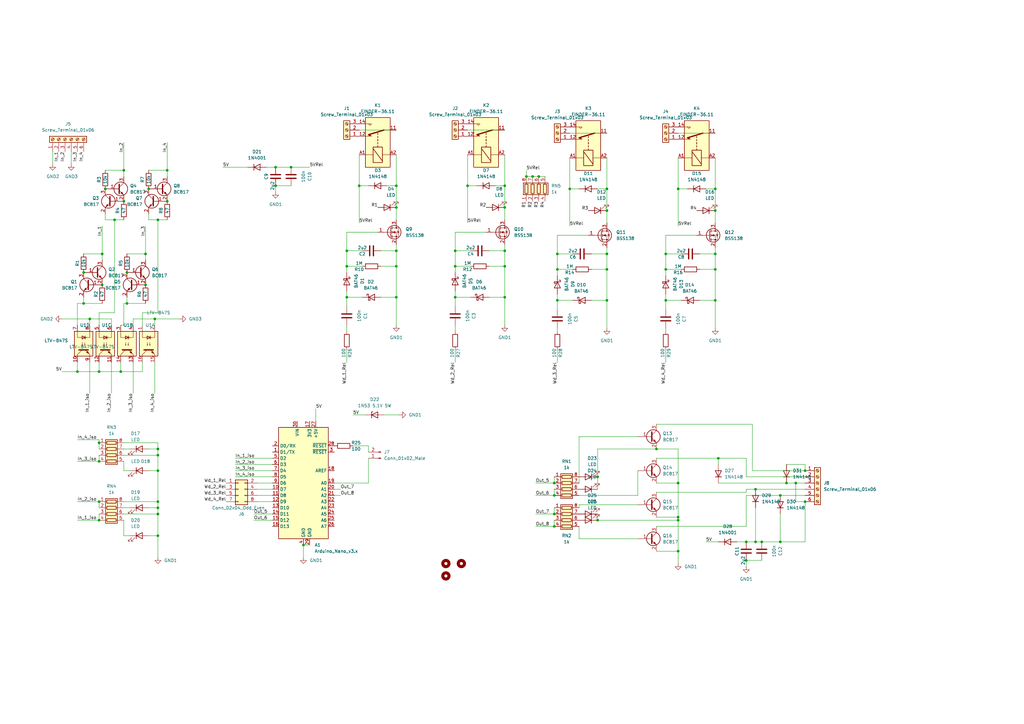
<source format=kicad_sch>
(kicad_sch (version 20211123) (generator eeschema)
  (paper "A3")
  (junction (at 309.88 222.25))
  (junction (at 293.37 110.49))
  (junction (at 278.13 77.47))
  (junction (at 207.01 109.22))
  (junction (at 207.01 102.87))
  (junction (at 46.99 90.17))
  (junction (at 50.8 82.55))
  (junction (at 49.53 152.4))
  (junction (at 64.77 219.71))
  (junction (at 43.18 77.47))
  (junction (at 142.24 102.87))
  (junction (at 228.6 110.49))
  (junction (at 330.2 205.74))
  (junction (at 293.37 77.47))
  (junction (at 64.77 205.74))
  (junction (at 218.44 72.39))
  (junction (at 215.9 72.39))
  (junction (at 31.75 152.4))
  (junction (at 68.58 69.85))
  (junction (at 306.07 229.87))
  (junction (at 147.32 76.2))
  (junction (at 64.77 90.17))
  (junction (at 227.33 210.82))
  (junction (at 64.77 186.69))
  (junction (at 64.77 193.04))
  (junction (at 306.07 222.25))
  (junction (at 228.6 104.14))
  (junction (at 248.92 110.49))
  (junction (at 227.33 215.9))
  (junction (at 40.64 189.23))
  (junction (at 50.8 69.85))
  (junction (at 41.91 116.84))
  (junction (at 64.77 210.82))
  (junction (at 273.05 104.14))
  (junction (at 162.56 102.87))
  (junction (at 293.37 86.36))
  (junction (at 142.24 121.92))
  (junction (at 278.13 212.09))
  (junction (at 34.29 111.76))
  (junction (at 119.38 68.58))
  (junction (at 220.98 72.39))
  (junction (at 113.03 76.2))
  (junction (at 248.92 123.19))
  (junction (at 59.69 104.14))
  (junction (at 320.04 222.25))
  (junction (at 320.04 203.2))
  (junction (at 162.56 109.22))
  (junction (at 191.77 76.2))
  (junction (at 60.96 77.47))
  (junction (at 273.05 110.49))
  (junction (at 233.68 77.47))
  (junction (at 245.11 195.58))
  (junction (at 64.77 208.28))
  (junction (at 124.46 223.52))
  (junction (at 186.69 102.87))
  (junction (at 186.69 121.92))
  (junction (at 322.58 198.12))
  (junction (at 40.64 213.36))
  (junction (at 162.56 76.2))
  (junction (at 40.64 152.4))
  (junction (at 326.39 198.12))
  (junction (at 142.24 109.22))
  (junction (at 278.13 213.36))
  (junction (at 269.24 184.15))
  (junction (at 68.58 82.55))
  (junction (at 207.01 85.09))
  (junction (at 52.07 111.76))
  (junction (at 186.69 109.22))
  (junction (at 330.2 193.04))
  (junction (at 113.03 68.58))
  (junction (at 248.92 77.47))
  (junction (at 248.92 86.36))
  (junction (at 36.83 130.81))
  (junction (at 207.01 121.92))
  (junction (at 63.5 130.81))
  (junction (at 59.69 116.84))
  (junction (at 52.07 124.46))
  (junction (at 40.64 205.74))
  (junction (at 64.77 184.15))
  (junction (at 312.42 222.25))
  (junction (at 227.33 203.2))
  (junction (at 273.05 123.19))
  (junction (at 41.91 104.14))
  (junction (at 228.6 123.19))
  (junction (at 245.11 213.36))
  (junction (at 34.29 124.46))
  (junction (at 293.37 123.19))
  (junction (at 293.37 104.14))
  (junction (at 207.01 76.2))
  (junction (at 227.33 198.12))
  (junction (at 309.88 200.66))
  (junction (at 294.64 187.96))
  (junction (at 162.56 85.09))
  (junction (at 248.92 104.14))
  (junction (at 40.64 181.61))
  (junction (at 162.56 121.92))
  (junction (at 278.13 226.06))
  (junction (at 278.13 198.12))
  (wire (pts (xy 46.99 128.27) (xy 46.99 90.17)))
  (wire (pts (xy 273.05 148.59) (xy 273.05 143.51)))
  (wire (pts (xy 269.24 212.09) (xy 278.13 212.09)))
  (wire (pts (xy 52.07 104.14) (xy 59.69 104.14)))
  (wire (pts (xy 105.41 198.12) (xy 111.76 198.12)))
  (wire (pts (xy 294.64 187.96) (xy 306.07 187.96)))
  (wire (pts (xy 273.05 110.49) (xy 273.05 113.03)))
  (wire (pts (xy 207.01 76.2) (xy 207.01 85.09)))
  (wire (pts (xy 269.24 198.12) (xy 278.13 198.12)))
  (wire (pts (xy 162.56 100.33) (xy 162.56 102.87)))
  (wire (pts (xy 34.29 121.92) (xy 34.29 124.46)))
  (wire (pts (xy 64.77 184.15) (xy 64.77 181.61)))
  (wire (pts (xy 228.6 120.65) (xy 228.6 123.19)))
  (wire (pts (xy 50.8 181.61) (xy 64.77 181.61)))
  (wire (pts (xy 269.24 215.9) (xy 306.07 215.9)))
  (wire (pts (xy 31.75 180.34) (xy 40.64 180.34)))
  (wire (pts (xy 233.68 54.61) (xy 248.92 54.61)))
  (wire (pts (xy 49.53 133.35) (xy 50.8 133.35)))
  (wire (pts (xy 293.37 104.14) (xy 293.37 110.49)))
  (wire (pts (xy 294.64 198.12) (xy 322.58 198.12)))
  (wire (pts (xy 53.34 193.04) (xy 50.8 193.04)))
  (wire (pts (xy 50.8 208.28) (xy 53.34 208.28)))
  (wire (pts (xy 186.69 95.25) (xy 186.69 102.87)))
  (wire (pts (xy 31.75 124.46) (xy 34.29 124.46)))
  (wire (pts (xy 241.3 96.52) (xy 228.6 96.52)))
  (wire (pts (xy 186.69 135.89) (xy 186.69 133.35)))
  (wire (pts (xy 248.92 86.36) (xy 248.92 91.44)))
  (wire (pts (xy 193.04 109.22) (xy 186.69 109.22)))
  (wire (pts (xy 306.07 229.87) (xy 312.42 229.87)))
  (wire (pts (xy 137.16 198.12) (xy 151.13 198.12)))
  (wire (pts (xy 237.49 215.9) (xy 237.49 220.98)))
  (wire (pts (xy 287.02 110.49) (xy 293.37 110.49)))
  (wire (pts (xy 147.32 63.5) (xy 147.32 76.2)))
  (wire (pts (xy 50.8 219.71) (xy 53.34 219.71)))
  (wire (pts (xy 31.75 189.23) (xy 40.64 189.23)))
  (wire (pts (xy 109.22 68.58) (xy 113.03 68.58)))
  (wire (pts (xy 308.61 193.04) (xy 330.2 193.04)))
  (wire (pts (xy 144.78 182.88) (xy 151.13 182.88)))
  (wire (pts (xy 50.8 58.42) (xy 50.8 69.85)))
  (wire (pts (xy 113.03 68.58) (xy 119.38 68.58)))
  (wire (pts (xy 207.01 121.92) (xy 207.01 133.35)))
  (wire (pts (xy 228.6 96.52) (xy 228.6 104.14)))
  (wire (pts (xy 186.69 121.92) (xy 186.69 125.73)))
  (wire (pts (xy 245.11 195.58) (xy 245.11 184.15)))
  (wire (pts (xy 191.77 53.34) (xy 207.01 53.34)))
  (wire (pts (xy 96.52 190.5) (xy 111.76 190.5)))
  (wire (pts (xy 148.59 121.92) (xy 142.24 121.92)))
  (wire (pts (xy 228.6 123.19) (xy 228.6 127)))
  (wire (pts (xy 269.24 201.93) (xy 306.07 201.93)))
  (wire (pts (xy 25.4 152.4) (xy 31.75 152.4)))
  (wire (pts (xy 147.32 76.2) (xy 151.13 76.2)))
  (wire (pts (xy 242.57 104.14) (xy 248.92 104.14)))
  (wire (pts (xy 43.18 69.85) (xy 50.8 69.85)))
  (wire (pts (xy 278.13 226.06) (xy 278.13 231.14)))
  (wire (pts (xy 207.01 85.09) (xy 207.01 90.17)))
  (wire (pts (xy 50.8 133.35) (xy 50.8 124.46)))
  (wire (pts (xy 306.07 201.93) (xy 306.07 200.66)))
  (wire (pts (xy 237.49 179.07) (xy 261.62 179.07)))
  (wire (pts (xy 237.49 220.98) (xy 261.62 220.98)))
  (wire (pts (xy 191.77 76.2) (xy 195.58 76.2)))
  (wire (pts (xy 326.39 198.12) (xy 326.39 205.74)))
  (wire (pts (xy 293.37 101.6) (xy 293.37 104.14)))
  (wire (pts (xy 129.54 167.64) (xy 129.54 172.72)))
  (wire (pts (xy 245.11 210.82) (xy 245.11 213.36)))
  (wire (pts (xy 273.05 123.19) (xy 273.05 127)))
  (wire (pts (xy 242.57 123.19) (xy 248.92 123.19)))
  (wire (pts (xy 320.04 203.2) (xy 330.2 203.2)))
  (wire (pts (xy 207.01 63.5) (xy 207.01 76.2)))
  (wire (pts (xy 162.56 63.5) (xy 162.56 76.2)))
  (wire (pts (xy 142.24 109.22) (xy 142.24 111.76)))
  (wire (pts (xy 50.8 213.36) (xy 50.8 219.71)))
  (wire (pts (xy 43.18 87.63) (xy 43.18 90.17)))
  (wire (pts (xy 50.8 205.74) (xy 64.77 205.74)))
  (wire (pts (xy 64.77 219.71) (xy 64.77 228.6)))
  (wire (pts (xy 50.8 69.85) (xy 50.8 72.39)))
  (wire (pts (xy 309.88 200.66) (xy 330.2 200.66)))
  (wire (pts (xy 64.77 128.27) (xy 64.77 90.17)))
  (wire (pts (xy 207.01 102.87) (xy 207.01 109.22)))
  (wire (pts (xy 273.05 104.14) (xy 273.05 110.49)))
  (wire (pts (xy 60.96 208.28) (xy 64.77 208.28)))
  (wire (pts (xy 193.04 121.92) (xy 186.69 121.92)))
  (wire (pts (xy 105.41 203.2) (xy 111.76 203.2)))
  (wire (pts (xy 294.64 187.96) (xy 294.64 190.5)))
  (wire (pts (xy 64.77 193.04) (xy 64.77 186.69)))
  (wire (pts (xy 219.71 198.12) (xy 227.33 198.12)))
  (wire (pts (xy 162.56 121.92) (xy 162.56 133.35)))
  (wire (pts (xy 228.6 104.14) (xy 228.6 110.49)))
  (wire (pts (xy 50.8 124.46) (xy 52.07 124.46)))
  (wire (pts (xy 322.58 190.5) (xy 330.2 190.5)))
  (wire (pts (xy 237.49 179.07) (xy 237.49 198.12)))
  (wire (pts (xy 104.14 210.82) (xy 111.76 210.82)))
  (wire (pts (xy 306.07 187.96) (xy 306.07 195.58)))
  (wire (pts (xy 200.66 121.92) (xy 207.01 121.92)))
  (wire (pts (xy 142.24 119.38) (xy 142.24 121.92)))
  (wire (pts (xy 68.58 69.85) (xy 68.58 72.39)))
  (wire (pts (xy 34.29 104.14) (xy 41.91 104.14)))
  (wire (pts (xy 330.2 198.12) (xy 326.39 198.12)))
  (wire (pts (xy 273.05 120.65) (xy 273.05 123.19)))
  (wire (pts (xy 233.68 64.77) (xy 233.68 77.47)))
  (wire (pts (xy 191.77 76.2) (xy 191.77 91.44)))
  (wire (pts (xy 293.37 64.77) (xy 293.37 77.47)))
  (wire (pts (xy 58.42 152.4) (xy 58.42 148.59)))
  (wire (pts (xy 162.56 109.22) (xy 162.56 121.92)))
  (wire (pts (xy 287.02 123.19) (xy 293.37 123.19)))
  (wire (pts (xy 45.72 148.59) (xy 45.72 161.29)))
  (wire (pts (xy 40.64 152.4) (xy 49.53 152.4)))
  (wire (pts (xy 278.13 213.36) (xy 278.13 226.06)))
  (wire (pts (xy 64.77 90.17) (xy 68.58 90.17)))
  (wire (pts (xy 50.8 193.04) (xy 50.8 189.23)))
  (wire (pts (xy 293.37 86.36) (xy 293.37 91.44)))
  (wire (pts (xy 147.32 53.34) (xy 162.56 53.34)))
  (wire (pts (xy 186.69 119.38) (xy 186.69 121.92)))
  (wire (pts (xy 228.6 110.49) (xy 228.6 113.03)))
  (wire (pts (xy 104.14 213.36) (xy 111.76 213.36)))
  (wire (pts (xy 154.94 95.25) (xy 142.24 95.25)))
  (wire (pts (xy 293.37 77.47) (xy 289.56 77.47)))
  (wire (pts (xy 228.6 148.59) (xy 228.6 143.51)))
  (wire (pts (xy 306.07 222.25) (xy 309.88 222.25)))
  (wire (pts (xy 151.13 182.88) (xy 151.13 185.42)))
  (wire (pts (xy 234.95 110.49) (xy 228.6 110.49)))
  (wire (pts (xy 60.96 193.04) (xy 64.77 193.04)))
  (wire (pts (xy 40.64 148.59) (xy 40.64 152.4)))
  (wire (pts (xy 245.11 184.15) (xy 269.24 184.15)))
  (wire (pts (xy 273.05 96.52) (xy 273.05 104.14)))
  (wire (pts (xy 43.18 90.17) (xy 46.99 90.17)))
  (wire (pts (xy 233.68 77.47) (xy 233.68 92.71)))
  (wire (pts (xy 279.4 123.19) (xy 273.05 123.19)))
  (wire (pts (xy 73.66 130.81) (xy 63.5 130.81)))
  (wire (pts (xy 326.39 205.74) (xy 330.2 205.74)))
  (wire (pts (xy 91.44 68.58) (xy 101.6 68.58)))
  (wire (pts (xy 137.16 200.66) (xy 139.7 200.66)))
  (wire (pts (xy 142.24 95.25) (xy 142.24 102.87)))
  (wire (pts (xy 306.07 229.87) (xy 306.07 232.41)))
  (wire (pts (xy 124.46 223.52) (xy 127 223.52)))
  (wire (pts (xy 40.64 186.69) (xy 40.64 189.23)))
  (wire (pts (xy 248.92 104.14) (xy 248.92 110.49)))
  (wire (pts (xy 60.96 87.63) (xy 60.96 90.17)))
  (wire (pts (xy 60.96 219.71) (xy 64.77 219.71)))
  (wire (pts (xy 162.56 102.87) (xy 162.56 109.22)))
  (wire (pts (xy 261.62 203.2) (xy 261.62 193.04)))
  (wire (pts (xy 227.33 208.28) (xy 227.33 210.82)))
  (wire (pts (xy 157.48 170.18) (xy 163.83 170.18)))
  (wire (pts (xy 59.69 104.14) (xy 59.69 106.68)))
  (wire (pts (xy 306.07 203.2) (xy 320.04 203.2)))
  (wire (pts (xy 207.01 109.22) (xy 207.01 121.92)))
  (wire (pts (xy 96.52 195.58) (xy 111.76 195.58)))
  (wire (pts (xy 278.13 184.15) (xy 278.13 198.12)))
  (wire (pts (xy 60.96 69.85) (xy 68.58 69.85)))
  (wire (pts (xy 273.05 135.89) (xy 273.05 134.62)))
  (wire (pts (xy 41.91 92.71) (xy 41.91 104.14)))
  (wire (pts (xy 96.52 187.96) (xy 111.76 187.96)))
  (wire (pts (xy 142.24 135.89) (xy 142.24 133.35)))
  (wire (pts (xy 142.24 121.92) (xy 142.24 125.73)))
  (wire (pts (xy 148.59 102.87) (xy 142.24 102.87)))
  (wire (pts (xy 50.8 186.69) (xy 64.77 186.69)))
  (wire (pts (xy 261.62 207.01) (xy 237.49 207.01)))
  (wire (pts (xy 248.92 77.47) (xy 248.92 86.36)))
  (wire (pts (xy 156.21 102.87) (xy 162.56 102.87)))
  (wire (pts (xy 287.02 104.14) (xy 293.37 104.14)))
  (wire (pts (xy 49.53 148.59) (xy 49.53 152.4)))
  (wire (pts (xy 113.03 76.2) (xy 113.03 78.74)))
  (wire (pts (xy 59.69 92.71) (xy 59.69 104.14)))
  (wire (pts (xy 50.8 184.15) (xy 53.34 184.15)))
  (wire (pts (xy 269.24 184.15) (xy 278.13 184.15)))
  (wire (pts (xy 63.5 148.59) (xy 63.5 161.29)))
  (wire (pts (xy 162.56 85.09) (xy 162.56 90.17)))
  (wire (pts (xy 31.75 213.36) (xy 40.64 213.36)))
  (wire (pts (xy 40.64 210.82) (xy 40.64 213.36)))
  (wire (pts (xy 186.69 102.87) (xy 186.69 109.22)))
  (wire (pts (xy 147.32 76.2) (xy 147.32 91.44)))
  (wire (pts (xy 64.77 184.15) (xy 64.77 186.69)))
  (wire (pts (xy 302.26 222.25) (xy 306.07 222.25)))
  (wire (pts (xy 36.83 130.81) (xy 25.4 130.81)))
  (wire (pts (xy 186.69 148.59) (xy 186.69 143.51)))
  (wire (pts (xy 293.37 123.19) (xy 293.37 134.62)))
  (wire (pts (xy 248.92 77.47) (xy 245.11 77.47)))
  (wire (pts (xy 156.21 121.92) (xy 162.56 121.92)))
  (wire (pts (xy 207.01 76.2) (xy 203.2 76.2)))
  (wire (pts (xy 220.98 72.39) (xy 223.52 72.39)))
  (wire (pts (xy 279.4 110.49) (xy 273.05 110.49)))
  (wire (pts (xy 64.77 205.74) (xy 64.77 193.04)))
  (wire (pts (xy 31.75 133.35) (xy 31.75 124.46)))
  (wire (pts (xy 142.24 148.59) (xy 142.24 143.51)))
  (wire (pts (xy 40.64 128.27) (xy 46.99 128.27)))
  (wire (pts (xy 41.91 104.14) (xy 41.91 106.68)))
  (wire (pts (xy 237.49 207.01) (xy 237.49 208.28)))
  (wire (pts (xy 278.13 226.06) (xy 269.24 226.06)))
  (wire (pts (xy 68.58 58.42) (xy 68.58 69.85)))
  (wire (pts (xy 278.13 212.09) (xy 278.13 213.36)))
  (wire (pts (xy 245.11 213.36) (xy 278.13 213.36)))
  (wire (pts (xy 96.52 193.04) (xy 111.76 193.04)))
  (wire (pts (xy 52.07 121.92) (xy 52.07 124.46)))
  (wire (pts (xy 269.24 187.96) (xy 294.64 187.96)))
  (wire (pts (xy 63.5 130.81) (xy 63.5 133.35)))
  (wire (pts (xy 278.13 198.12) (xy 278.13 212.09)))
  (wire (pts (xy 233.68 77.47) (xy 237.49 77.47)))
  (wire (pts (xy 278.13 64.77) (xy 278.13 77.47)))
  (wire (pts (xy 219.71 210.82) (xy 227.33 210.82)))
  (wire (pts (xy 242.57 110.49) (xy 248.92 110.49)))
  (wire (pts (xy 227.33 195.58) (xy 227.33 198.12)))
  (wire (pts (xy 269.24 173.99) (xy 308.61 173.99)))
  (wire (pts (xy 322.58 198.12) (xy 326.39 198.12)))
  (wire (pts (xy 64.77 208.28) (xy 64.77 210.82)))
  (wire (pts (xy 248.92 64.77) (xy 248.92 77.47)))
  (wire (pts (xy 137.16 203.2) (xy 139.7 203.2)))
  (wire (pts (xy 156.21 109.22) (xy 162.56 109.22)))
  (wire (pts (xy 31.75 205.74) (xy 40.64 205.74)))
  (wire (pts (xy 219.71 215.9) (xy 227.33 215.9)))
  (wire (pts (xy 306.07 215.9) (xy 306.07 203.2)))
  (wire (pts (xy 162.56 76.2) (xy 162.56 85.09)))
  (wire (pts (xy 45.72 130.81) (xy 45.72 133.35)))
  (wire (pts (xy 54.61 130.81) (xy 54.61 133.35)))
  (wire (pts (xy 119.38 68.58) (xy 127 68.58)))
  (wire (pts (xy 215.9 69.85) (xy 215.9 72.39)))
  (wire (pts (xy 293.37 110.49) (xy 293.37 123.19)))
  (wire (pts (xy 330.2 222.25) (xy 330.2 205.74)))
  (wire (pts (xy 193.04 102.87) (xy 186.69 102.87)))
  (wire (pts (xy 142.24 102.87) (xy 142.24 109.22)))
  (wire (pts (xy 124.46 223.52) (xy 124.46 228.6)))
  (wire (pts (xy 64.77 205.74) (xy 64.77 208.28)))
  (wire (pts (xy 40.64 133.35) (xy 40.64 128.27)))
  (wire (pts (xy 227.33 213.36) (xy 227.33 215.9)))
  (wire (pts (xy 245.11 195.58) (xy 245.11 200.66)))
  (wire (pts (xy 148.59 109.22) (xy 142.24 109.22)))
  (wire (pts (xy 105.41 200.66) (xy 111.76 200.66)))
  (wire (pts (xy 237.49 203.2) (xy 261.62 203.2)))
  (wire (pts (xy 320.04 222.25) (xy 330.2 222.25)))
  (wire (pts (xy 293.37 77.47) (xy 293.37 86.36)))
  (wire (pts (xy 278.13 77.47) (xy 281.94 77.47)))
  (wire (pts (xy 219.71 203.2) (xy 227.33 203.2)))
  (wire (pts (xy 63.5 130.81) (xy 54.61 130.81)))
  (wire (pts (xy 248.92 110.49) (xy 248.92 123.19)))
  (wire (pts (xy 21.59 62.23) (xy 21.59 67.31)))
  (wire (pts (xy 330.2 190.5) (xy 330.2 193.04)))
  (wire (pts (xy 215.9 72.39) (xy 218.44 72.39)))
  (wire (pts (xy 308.61 173.99) (xy 308.61 193.04)))
  (wire (pts (xy 248.92 101.6) (xy 248.92 104.14)))
  (wire (pts (xy 105.41 205.74) (xy 111.76 205.74)))
  (wire (pts (xy 31.75 152.4) (xy 40.64 152.4)))
  (wire (pts (xy 36.83 130.81) (xy 36.83 133.35)))
  (wire (pts (xy 278.13 77.47) (xy 278.13 92.71)))
  (wire (pts (xy 36.83 148.59) (xy 36.83 161.29)))
  (wire (pts (xy 64.77 210.82) (xy 64.77 219.71)))
  (wire (pts (xy 60.96 184.15) (xy 64.77 184.15)))
  (wire (pts (xy 191.77 63.5) (xy 191.77 76.2)))
  (wire (pts (xy 309.88 208.28) (xy 309.88 222.25)))
  (wire (pts (xy 58.42 133.35) (xy 58.42 128.27)))
  (wire (pts (xy 200.66 102.87) (xy 207.01 102.87)))
  (wire (pts (xy 46.99 90.17) (xy 50.8 90.17)))
  (wire (pts (xy 309.88 222.25) (xy 312.42 222.25)))
  (wire (pts (xy 49.53 152.4) (xy 58.42 152.4)))
  (wire (pts (xy 218.44 72.39) (xy 220.98 72.39)))
  (wire (pts (xy 320.04 210.82) (xy 320.04 222.25)))
  (wire (pts (xy 248.92 123.19) (xy 248.92 134.62)))
  (wire (pts (xy 144.78 170.18) (xy 149.86 170.18)))
  (wire (pts (xy 312.42 222.25) (xy 320.04 222.25)))
  (wire (pts (xy 199.39 95.25) (xy 186.69 95.25)))
  (wire (pts (xy 40.64 180.34) (xy 40.64 181.61)))
  (wire (pts (xy 58.42 128.27) (xy 64.77 128.27)))
  (wire (pts (xy 151.13 187.96) (xy 151.13 198.12)))
  (wire (pts (xy 113.03 76.2) (xy 119.38 76.2)))
  (wire (pts (xy 207.01 100.33) (xy 207.01 102.87)))
  (wire (pts (xy 228.6 135.89) (xy 228.6 134.62)))
  (wire (pts (xy 34.29 124.46) (xy 41.91 124.46)))
  (wire (pts (xy 234.95 123.19) (xy 228.6 123.19)))
  (wire (pts (xy 54.61 148.59) (xy 54.61 161.29)))
  (wire (pts (xy 285.75 96.52) (xy 273.05 96.52)))
  (wire (pts (xy 279.4 104.14) (xy 273.05 104.14)))
  (wire (pts (xy 52.07 124.46) (xy 59.69 124.46)))
  (wire (pts (xy 40.64 181.61) (xy 40.64 184.15)))
  (wire (pts (xy 234.95 104.14) (xy 228.6 104.14)))
  (wire (pts (xy 200.66 109.22) (xy 207.01 109.22)))
  (wire (pts (xy 227.33 200.66) (xy 227.33 203.2)))
  (wire (pts (xy 40.64 205.74) (xy 40.64 208.28)))
  (wire (pts (xy 278.13 54.61) (xy 293.37 54.61)))
  (wire (pts (xy 306.07 200.66) (xy 309.88 200.66)))
  (wire (pts (xy 162.56 76.2) (xy 158.75 76.2)))
  (wire (pts (xy 45.72 130.81) (xy 36.83 130.81)))
  (wire (pts (xy 29.21 67.31) (xy 29.21 62.23)))
  (wire (pts (xy 186.69 109.22) (xy 186.69 111.76)))
  (wire (pts (xy 289.56 222.25) (xy 294.64 222.25)))
  (wire (pts (xy 60.96 90.17) (xy 64.77 90.17)))
  (wire (pts (xy 306.07 195.58) (xy 330.2 195.58)))
  (wire (pts (xy 50.8 210.82) (xy 64.77 210.82)))
  (wire (pts (xy 31.75 148.59) (xy 31.75 152.4)))
  (label "R2" (at 218.44 82.55 270))
  (label "In_2_iso" (at 31.75 205.74 0))
  (label "In_4_iso" (at 31.75 180.34 0))
  (label "5V" (at 129.54 167.64 0))
  (label "Out_5" (at 104.14 210.82 0))
  (label "Wd_3_Rel" (at 228.6 148.59 270))
  (label "5VRel" (at 127 68.58 0))
  (label "In_4_iso" (at 96.52 195.58 0))
  (label "Out_8" (at 139.7 203.2 0))
  (label "In_2" (at 26.67 62.23 270))
  (label "In_4" (at 34.29 62.23 270))
  (label "In_1" (at 24.13 62.23 270))
  (label "Out_7" (at 139.7 200.66 0))
  (label "Wd_1_Rel" (at 92.71 198.12 180))
  (label "5VRel" (at 215.9 69.85 0))
  (label "Wd_2_Rel" (at 186.69 148.59 270))
  (label "In_1" (at 41.91 92.71 270))
  (label "5V" (at 289.56 222.25 0))
  (label "In_2_iso" (at 45.72 161.29 270))
  (label "In_1_iso" (at 31.75 213.36 0))
  (label "In_1_iso" (at 36.83 161.29 270))
  (label "R4" (at 285.75 86.36 180))
  (label "In_2" (at 50.8 58.42 270))
  (label "R3" (at 220.98 82.55 270))
  (label "R1" (at 215.9 82.55 270))
  (label "5V" (at 25.4 152.4 180))
  (label "In_3_iso" (at 31.75 189.23 0))
  (label "In_3" (at 31.75 62.23 270))
  (label "5VRel" (at 191.77 91.44 0))
  (label "In_3" (at 59.69 92.71 270))
  (label "5V" (at 144.78 170.18 0))
  (label "Wd_4_Rel" (at 273.05 148.59 270))
  (label "Wd_2_Rel" (at 92.71 200.66 180))
  (label "Out_6" (at 219.71 203.2 0))
  (label "Wd_3_Rel" (at 92.71 203.2 180))
  (label "Out_8" (at 219.71 215.9 0))
  (label "In_2_iso" (at 96.52 190.5 0))
  (label "Out_6" (at 104.14 213.36 0))
  (label "5VRel" (at 147.32 91.44 0))
  (label "Wd_4_Rel" (at 92.71 205.74 180))
  (label "In_1_iso" (at 96.52 187.96 0))
  (label "R3" (at 241.3 86.36 180))
  (label "R1" (at 154.94 85.09 180))
  (label "In_3_iso" (at 54.61 161.29 270))
  (label "R4" (at 223.52 82.55 270))
  (label "Out_5" (at 219.71 198.12 0))
  (label "In_4" (at 68.58 58.42 270))
  (label "In_3_iso" (at 96.52 193.04 0))
  (label "Out_7" (at 219.71 210.82 0))
  (label "5V" (at 91.44 68.58 0))
  (label "R2" (at 199.39 85.09 180))
  (label "In_4_iso" (at 63.5 161.29 270))
  (label "5VRel" (at 233.68 92.71 0))
  (label "5VRel" (at 278.13 92.71 0))
  (label "Wd_1_Rel" (at 142.24 148.59 270))
  (symbol (lib_id "Device:R") (at 140.97 182.88 90) (unit 1)
    (property "Reference" "R25" (at 146.05 181.61 90))
    (property "Value" "100" (at 146.05 184.15 90))
    (property "Footprint" "Resistor_SMD:R_0603_1608Metric" (effects hide))
  )
  (symbol (lib_id "Device:R") (at 59.69 120.65 180) (unit 1)
    (property "Reference" "R6" (at 57.15 120.65 90))
    (property "Value" "47" (at 59.69 120.65 90))
    (property "Footprint" "Resistor_SMD:R_0603_1608Metric" (effects hide))
  )
  (symbol (lib_id "Connector:Screw_Terminal_01x06") (at 26.67 57.15 90) (unit 1)
    (property "Reference" "J5" (at 27.94 50.8 90))
    (property "Value" "Screw_Terminal_01x06" (at 27.94 53.34 90))
    (property "Footprint" "TerminalBlock:TerminalBlock_bornier-6_P5.08mm" (effects hide))
  )
  (symbol (lib_id "power:GND3") (at 29.21 67.31 0) (unit 1)
    (property "Reference" "#PWR07" (effects hide))
    (property "Value" "GND3" (at 26.67 72.39 0) (effects (justify left)))
  )
  (symbol (lib_id "Connector:Conn_01x02_Male") (at 156.21 187.96 180) (unit 1)
    (property "Reference" "J7" (at 157.48 185.4199 0) (effects (justify right)))
    (property "Value" "Conn_01x02_Male" (at 157.48 187.9599 0) (effects (justify right)))
    (property "Footprint" "Connector_PinHeader_2.54mm:PinHeader_1x02_P2.54mm_Vertical" (effects hide))
  )
  (symbol (lib_id "Device:R_Pack04") (at 45.72 186.69 270) (unit 1)
    (property "Reference" "RN3" (at 45.72 175.26 90))
    (property "Value" "1k" (at 45.72 177.8 90))
    (property "Footprint" "Resistor_SMD:R_Array_Convex_4x0612" (effects hide))
  )
  (symbol (lib_id "Transistor_BJT:BC817") (at 45.72 82.55 0) (mirror y) (unit 1)
    (property "Reference" "Q3" (at 40.64 81.2799 0) (effects (justify left)))
    (property "Value" "BC817" (at 40.64 83.8199 0) (effects (justify left)))
    (property "Footprint" "Package_TO_SOT_SMD:SOT-23" (effects hide))
    (property "Datasheet" "https://www.onsemi.com/pub/Collateral/BC818-D.pdf" (effects hide))
  )
  (symbol (lib_id "Device:R") (at 50.8 86.36 180) (unit 1)
    (property "Reference" "R4" (at 48.26 86.36 90))
    (property "Value" "47" (at 50.8 86.36 90))
    (property "Footprint" "Resistor_SMD:R_0603_1608Metric" (effects hide))
  )
  (symbol (lib_id "Diode:BAT46") (at 228.6 116.84 270) (unit 1)
    (property "Reference" "D9" (at 234.95 116.5225 0))
    (property "Value" "BAT46" (at 232.41 116.5225 0))
    (property "Footprint" "Diode_SMD:D_SOD-123" (effects hide))
    (property "Datasheet" "http://www.vishay.com/docs/85662/bat46.pdf" (effects hide))
  )
  (symbol (lib_id "Device:R") (at 41.91 120.65 180) (unit 1)
    (property "Reference" "R2" (at 39.37 120.65 90))
    (property "Value" "47" (at 41.91 120.65 90))
    (property "Footprint" "Resistor_SMD:R_0603_1608Metric" (effects hide))
  )
  (symbol (lib_id "Device:C") (at 142.24 129.54 0) (unit 1)
    (property "Reference" "C1" (at 149.86 129.54 90))
    (property "Value" "100n" (at 147.32 129.54 90))
    (property "Footprint" "Capacitor_SMD:C_0603_1608Metric" (effects hide))
  )
  (symbol (lib_id "power:GND1") (at 207.01 133.35 0) (unit 1)
    (property "Reference" "#PWR02" (effects hide))
    (property "Value" "GND1" (at 207.01 138.43 0))
  )
  (symbol (lib_id "Connector_Generic:Conn_02x04_Odd_Even") (at 97.79 200.66 0) (unit 1)
    (property "Reference" "J6" (at 99.06 210.82 0))
    (property "Value" "Conn_02x04_Odd_Even" (at 97.79 208.28 0))
    (property "Footprint" "Connector_PinHeader_2.54mm:PinHeader_2x04_P2.54mm_Vertical" (effects hide))
  )
  (symbol (lib_id "Device:LED") (at 158.75 85.09 180) (unit 1)
    (property "Reference" "D4" (at 160.3375 77.47 0))
    (property "Value" "LED" (at 160.3375 80.01 0))
    (property "Footprint" "LED_SMD:LED_0603_1608Metric" (effects hide))
  )
  (symbol (lib_id "power:GND1") (at 306.07 232.41 0) (unit 1)
    (property "Reference" "#PWR017" (effects hide))
    (property "Value" "GND1" (at 306.07 237.49 0))
  )
  (symbol (lib_id "Device:C") (at 283.21 104.14 90) (unit 1)
    (property "Reference" "C8" (at 279.4 105.41 90))
    (property "Value" "2u2" (at 279.4 102.87 90))
    (property "Footprint" "Capacitor_SMD:C_0603_1608Metric" (effects hide))
  )
  (symbol (lib_id "Diode:1N4148") (at 309.88 204.47 90) (unit 1)
    (property "Reference" "D29" (at 312.42 203.1999 90) (effects (justify right)))
    (property "Value" "1N4148" (at 312.42 205.7399 90) (effects (justify right)))
    (property "Footprint" "Diode_SMD:D_MiniMELF" (effects hide))
    (property "Datasheet" "https://assets.nexperia.com/documents/data-sheet/1N4148_1N4448.pdf" (effects hide))
  )
  (symbol (lib_id "Isolator:LTV-847S") (at 52.07 140.97 90) (mirror x) (unit 2)
    (property "Reference" "U1" (at 54.61 133.35 90) (effects (justify left)))
    (property "Value" "LTV-847S" (at 46.99 142.2399 90) (effects (justify left)))
    (property "Footprint" "Package_DIP:SMDIP-16_W9.53mm" (effects hide))
    (property "Datasheet" "http://www.us.liteon.com/downloads/LTV-817-827-847.PDF" (effects hide))
  )
  (symbol (lib_id "Diode:BAT46") (at 142.24 115.57 270) (unit 1)
    (property "Reference" "D1" (at 148.59 115.2525 0))
    (property "Value" "BAT46" (at 146.05 115.2525 0))
    (property "Footprint" "Diode_SMD:D_SOD-123" (effects hide))
    (property "Datasheet" "http://www.vishay.com/docs/85662/bat46.pdf" (effects hide))
  )
  (symbol (lib_id "Transistor_BJT:BC817") (at 54.61 116.84 0) (mirror y) (unit 1)
    (property "Reference" "Q5" (at 49.53 115.5699 0) (effects (justify left)))
    (property "Value" "BC817" (at 49.53 118.1099 0) (effects (justify left)))
    (property "Footprint" "Package_TO_SOT_SMD:SOT-23" (effects hide))
    (property "Datasheet" "https://www.onsemi.com/pub/Collateral/BC818-D.pdf" (effects hide))
  )
  (symbol (lib_id "Transistor_BJT:BC817") (at 57.15 111.76 0) (unit 1)
    (property "Reference" "Q6" (at 62.23 110.4899 0) (effects (justify left)))
    (property "Value" "BC817" (at 62.23 113.0299 0) (effects (justify left)))
    (property "Footprint" "Package_TO_SOT_SMD:SOT-23" (effects hide))
    (property "Datasheet" "https://www.onsemi.com/pub/Collateral/BC818-D.pdf" (effects hide))
  )
  (symbol (lib_id "power:GND1") (at 113.03 78.74 0) (unit 1)
    (property "Reference" "#PWR013" (effects hide))
    (property "Value" "GND1" (at 113.03 83.82 0))
  )
  (symbol (lib_id "Transistor_FET:BSS138") (at 290.83 96.52 0) (unit 1)
    (property "Reference" "Q12" (at 297.18 95.2499 0) (effects (justify left)))
    (property "Value" "BSS138" (at 297.18 97.7899 0) (effects (justify left)))
    (property "Footprint" "Package_TO_SOT_SMD:SOT-23" (effects hide))
    (property "Datasheet" "https://www.onsemi.com/pub/Collateral/BSS138-D.PDF" (effects hide))
  )
  (symbol (lib_id "Device:C") (at 273.05 130.81 0) (unit 1)
    (property "Reference" "C7" (at 280.67 130.81 90))
    (property "Value" "100n" (at 278.13 130.81 90))
    (property "Footprint" "Capacitor_SMD:C_0603_1608Metric" (effects hide))
  )
  (symbol (lib_id "Device:LED") (at 241.3 210.82 180) (unit 1)
    (property "Reference" "D25" (at 242.8875 203.2 0))
    (property "Value" "LED" (at 242.8875 205.74 0))
    (property "Footprint" "LED_SMD:LED_0603_1608Metric" (effects hide))
  )
  (symbol (lib_id "Device:C") (at 312.42 226.06 0) (unit 1)
    (property "Reference" "C12" (at 320.04 226.06 90))
    (property "Value" "100n" (at 317.5 226.06 90))
    (property "Footprint" "Capacitor_SMD:C_0603_1608Metric" (effects hide))
  )
  (symbol (lib_id "Device:LED") (at 241.3 200.66 180) (unit 1)
    (property "Reference" "D24" (at 242.8875 193.04 0))
    (property "Value" "LED" (at 242.8875 195.58 0))
    (property "Footprint" "LED_SMD:LED_0603_1608Metric" (effects hide))
  )
  (symbol (lib_id "Device:R") (at 186.69 139.7 0) (unit 1)
    (property "Reference" "R27" (at 187.96 144.78 90))
    (property "Value" "100" (at 185.42 144.78 90))
    (property "Footprint" "Resistor_SMD:R_0603_1608Metric" (effects hide))
  )
  (symbol (lib_id "Transistor_FET:BSS138") (at 160.02 95.25 0) (unit 1)
    (property "Reference" "Q9" (at 166.37 93.9799 0) (effects (justify left)))
    (property "Value" "BSS138" (at 166.37 96.5199 0) (effects (justify left)))
    (property "Footprint" "Package_TO_SOT_SMD:SOT-23" (effects hide))
    (property "Datasheet" "https://www.onsemi.com/pub/Collateral/BSS138-D.PDF" (effects hide))
  )
  (symbol (lib_id "Device:C") (at 113.03 72.39 180) (unit 1)
    (property "Reference" "C9" (at 109.22 72.39 90))
    (property "Value" "2u2" (at 111.76 76.2 90))
    (property "Footprint" "Capacitor_SMD:C_0603_1608Metric" (effects hide))
  )
  (symbol (lib_id "Device:LED") (at 57.15 193.04 0) (unit 1)
    (property "Reference" "D18" (at 59.69 189.23 0))
    (property "Value" "LED" (at 55.5625 189.23 0))
    (property "Footprint" "LED_SMD:LED_0603_1608Metric" (effects hide))
  )
  (symbol (lib_id "Diode:1N4148") (at 285.75 77.47 0) (unit 1)
    (property "Reference" "D15" (at 285.75 71.12 0))
    (property "Value" "1N4148" (at 285.75 73.66 0))
    (property "Footprint" "Diode_SMD:D_MiniMELF" (effects hide))
    (property "Datasheet" "https://assets.nexperia.com/documents/data-sheet/1N4148_1N4448.pdf" (effects hide))
  )
  (symbol (lib_id "Device:LED") (at 57.15 184.15 0) (unit 1)
    (property "Reference" "D17" (at 55.5625 177.8 0))
    (property "Value" "LED" (at 55.5625 180.34 0))
    (property "Footprint" "LED_SMD:LED_0603_1608Metric" (effects hide))
  )
  (symbol (lib_id "Device:LED") (at 241.3 213.36 180) (unit 1)
    (property "Reference" "D26" (at 242.8875 205.74 0))
    (property "Value" "LED" (at 242.8875 208.28 0))
    (property "Footprint" "LED_SMD:LED_0603_1608Metric" (effects hide))
  )
  (symbol (lib_id "Device:LED") (at 245.11 86.36 180) (unit 1)
    (property "Reference" "D12" (at 246.6975 78.74 0))
    (property "Value" "LED" (at 246.6975 81.28 0))
    (property "Footprint" "LED_SMD:LED_0603_1608Metric" (effects hide))
  )
  (symbol (lib_id "Isolator:LTV-847S") (at 43.18 140.97 90) (mirror x) (unit 3)
    (property "Reference" "U1" (at 45.72 133.35 90) (effects (justify left)))
    (property "Value" "LTV-847S" (at 38.1 142.2399 90) (effects (justify left)))
    (property "Footprint" "Package_DIP:SMDIP-16_W9.53mm" (effects hide))
    (property "Datasheet" "http://www.us.liteon.com/downloads/LTV-817-827-847.PDF" (effects hide))
  )
  (symbol (lib_id "Device:R") (at 196.85 109.22 270) (unit 1)
    (property "Reference" "R12" (at 191.77 110.49 90))
    (property "Value" "1M" (at 191.77 107.95 90))
    (property "Footprint" "Resistor_SMD:R_0603_1608Metric" (effects hide))
  )
  (symbol (lib_id "power:GND1") (at 64.77 228.6 0) (unit 1)
    (property "Reference" "#PWR0101" (effects hide))
    (property "Value" "GND1" (at 67.31 229.8699 0) (effects (justify left)))
  )
  (symbol (lib_id "Connector:Screw_Terminal_01x03") (at 142.24 53.34 180) (unit 1)
    (property "Reference" "J1" (at 142.24 44.45 0))
    (property "Value" "Screw_Terminal_01x03" (at 142.24 46.99 0))
    (property "Footprint" "TerminalBlock:TerminalBlock_bornier-3_P5.08mm" (effects hide))
  )
  (symbol (lib_id "Device:C") (at 119.38 72.39 0) (unit 1)
    (property "Reference" "C10" (at 127 72.39 90))
    (property "Value" "100n" (at 124.46 72.39 90))
    (property "Footprint" "Capacitor_SMD:C_0603_1608Metric" (effects hide))
  )
  (symbol (lib_id "Device:R") (at 228.6 139.7 0) (unit 1)
    (property "Reference" "R28" (at 229.87 144.78 90))
    (property "Value" "100" (at 227.33 144.78 90))
    (property "Footprint" "Resistor_SMD:R_0603_1608Metric" (effects hide))
  )
  (symbol (lib_id "Transistor_BJT:BC817") (at 63.5 82.55 0) (mirror y) (unit 1)
    (property "Reference" "Q7" (at 58.42 81.2799 0) (effects (justify left)))
    (property "Value" "BC817" (at 58.42 83.8199 0) (effects (justify left)))
    (property "Footprint" "Package_TO_SOT_SMD:SOT-23" (effects hide))
    (property "Datasheet" "https://www.onsemi.com/pub/Collateral/BC818-D.pdf" (effects hide))
  )
  (symbol (lib_id "Mechanical:MountingHole") (at 189.23 231.14 0) (unit 1)
    (property "Reference" "H3" (effects hide))
    (property "Value" "MountingHole" (effects hide))
    (property "Footprint" "MountingHole:MountingHole_3.2mm_M3" (effects hide))
  )
  (symbol (lib_id "Diode:1N4001") (at 105.41 68.58 0) (unit 1)
    (property "Reference" "D21" (at 105.41 62.23 0))
    (property "Value" "1N4001" (at 105.41 64.77 0))
    (property "Footprint" "Diode_THT:D_DO-41_SOD81_P10.16mm_Horizontal" (effects hide))
    (property "Datasheet" "http://www.vishay.com/docs/88503/1n4001.pdf" (effects hide))
  )
  (symbol (lib_id "Mechanical:MountingHole") (at 182.88 236.22 0) (unit 1)
    (property "Reference" "H2" (effects hide))
    (property "Value" "MountingHole" (effects hide))
    (property "Footprint" "MountingHole:MountingHole_3.2mm_M3" (effects hide))
  )
  (symbol (lib_id "Isolator:LTV-847S") (at 60.96 140.97 90) (mirror x) (unit 1)
    (property "Reference" "U1" (at 63.5 133.35 90) (effects (justify left)))
    (property "Value" "LTV-847S" (at 69.85 128.27 90) (effects (justify left)))
    (property "Footprint" "Package_DIP:SMDIP-16_W9.53mm" (effects hide))
    (property "Datasheet" "http://www.us.liteon.com/downloads/LTV-817-827-847.PDF" (effects hide))
  )
  (symbol (lib_id "Connector:Screw_Terminal_01x06") (at 335.28 198.12 0) (unit 1)
    (property "Reference" "J8" (at 337.82 198.1199 0) (effects (justify left)))
    (property "Value" "Screw_Terminal_01x06" (at 337.82 200.6599 0) (effects (justify left)))
    (property "Footprint" "TerminalBlock:TerminalBlock_bornier-6_P5.08mm" (effects hide))
  )
  (symbol (lib_id "Connector:Screw_Terminal_01x03") (at 228.6 54.61 180) (unit 1)
    (property "Reference" "J3" (at 228.6 45.72 0))
    (property "Value" "Screw_Terminal_01x03" (at 228.6 48.26 0))
    (property "Footprint" "TerminalBlock:TerminalBlock_bornier-3_P5.08mm" (effects hide))
  )
  (symbol (lib_id "power:GND2") (at 25.4 130.81 270) (mirror x) (unit 1)
    (property "Reference" "#PWR0102" (effects hide))
    (property "Value" "GND2" (at 16.51 130.81 90) (effects (justify left)))
  )
  (symbol (lib_id "Transistor_BJT:BC817") (at 266.7 193.04 0) (unit 1)
    (property "Reference" "Q14" (at 271.78 191.7699 0) (effects (justify left)))
    (property "Value" "BC817" (at 271.78 194.3099 0) (effects (justify left)))
    (property "Footprint" "Package_TO_SOT_SMD:SOT-23" (effects hide))
    (property "Datasheet" "https://www.onsemi.com/pub/Collateral/BC818-D.pdf" (effects hide))
  )
  (symbol (lib_id "Device:LED") (at 57.15 219.71 0) (unit 1)
    (property "Reference" "D20" (at 55.5625 213.36 0))
    (property "Value" "LED" (at 55.5625 215.9 0))
    (property "Footprint" "LED_SMD:LED_0603_1608Metric" (effects hide))
  )
  (symbol (lib_id "Mechanical:MountingHole") (at 182.88 231.14 0) (unit 1)
    (property "Reference" "H1" (effects hide))
    (property "Value" "MountingHole" (effects hide))
    (property "Footprint" "MountingHole:MountingHole_3.2mm_M3" (effects hide))
  )
  (symbol (lib_id "Device:R") (at 142.24 139.7 0) (unit 1)
    (property "Reference" "R26" (at 143.51 144.78 90))
    (property "Value" "100" (at 140.97 144.78 90))
    (property "Footprint" "Resistor_SMD:R_0603_1608Metric" (effects hide))
  )
  (symbol (lib_id "Diode:1N4148") (at 294.64 194.31 90) (unit 1)
    (property "Reference" "D27" (at 297.18 193.0399 90) (effects (justify right)))
    (property "Value" "1N4148" (at 297.18 195.5799 90) (effects (justify right)))
    (property "Footprint" "Diode_SMD:D_MiniMELF" (effects hide))
    (property "Datasheet" "https://assets.nexperia.com/documents/data-sheet/1N4148_1N4448.pdf" (effects hide))
  )
  (symbol (lib_id "Diode:BAT46") (at 196.85 121.92 0) (unit 1)
    (property "Reference" "D6" (at 196.5325 115.57 0))
    (property "Value" "BAT46" (at 196.5325 118.11 0))
    (property "Footprint" "Diode_SMD:D_SOD-123" (effects hide))
    (property "Datasheet" "http://www.vishay.com/docs/85662/bat46.pdf" (effects hide))
  )
  (symbol (lib_id "Device:R") (at 68.58 86.36 180) (unit 1)
    (property "Reference" "R8" (at 66.04 86.36 90))
    (property "Value" "47" (at 68.58 86.36 90))
    (property "Footprint" "Resistor_SMD:R_0603_1608Metric" (effects hide))
  )
  (symbol (lib_id "Diode:1N4001") (at 298.45 222.25 0) (unit 1)
    (property "Reference" "D28" (at 298.45 215.9 0))
    (property "Value" "1N4001" (at 298.45 218.44 0))
    (property "Footprint" "Diode_THT:D_DO-41_SOD81_P10.16mm_Horizontal" (effects hide))
    (property "Datasheet" "http://www.vishay.com/docs/88503/1n4001.pdf" (effects hide))
  )
  (symbol (lib_id "Device:R") (at 43.18 73.66 180) (unit 1)
    (property "Reference" "R3" (at 40.64 73.66 90))
    (property "Value" "10k" (at 43.18 73.66 90))
    (property "Footprint" "Resistor_SMD:R_0603_1608Metric" (effects hide))
  )
  (symbol (lib_id "power:GND1") (at 124.46 228.6 0) (unit 1)
    (property "Reference" "#PWR014" (effects hide))
    (property "Value" "GND1" (at 127 229.8699 0) (effects (justify left)))
  )
  (symbol (lib_id "Diode:BAT46") (at 152.4 121.92 0) (unit 1)
    (property "Reference" "D2" (at 152.0825 115.57 0))
    (property "Value" "BAT46" (at 152.0825 118.11 0))
    (property "Footprint" "Diode_SMD:D_SOD-123" (effects hide))
    (property "Datasheet" "http://www.vishay.com/docs/85662/bat46.pdf" (effects hide))
  )
  (symbol (lib_id "Device:R") (at 152.4 109.22 270) (unit 1)
    (property "Reference" "R10" (at 147.32 110.49 90))
    (property "Value" "1M" (at 147.32 107.95 90))
    (property "Footprint" "Resistor_SMD:R_0603_1608Metric" (effects hide))
  )
  (symbol (lib_id "Device:C") (at 186.69 129.54 0) (unit 1)
    (property "Reference" "C3" (at 194.31 129.54 90))
    (property "Value" "100n" (at 191.77 129.54 90))
    (property "Footprint" "Capacitor_SMD:C_0603_1608Metric" (effects hide))
  )
  (symbol (lib_id "Device:R") (at 238.76 110.49 270) (unit 1)
    (property "Reference" "R14" (at 233.68 111.76 90))
    (property "Value" "1M" (at 233.68 109.22 90))
    (property "Footprint" "Resistor_SMD:R_0603_1608Metric" (effects hide))
  )
  (symbol (lib_id "Device:R") (at 52.07 107.95 180) (unit 1)
    (property "Reference" "R5" (at 49.53 107.95 90))
    (property "Value" "10k" (at 52.07 107.95 90))
    (property "Footprint" "Resistor_SMD:R_0603_1608Metric" (effects hide))
  )
  (symbol (lib_id "Device:C") (at 152.4 102.87 90) (unit 1)
    (property "Reference" "C2" (at 148.59 104.14 90))
    (property "Value" "2u2" (at 148.59 101.6 90))
    (property "Footprint" "Capacitor_SMD:C_0603_1608Metric" (effects hide))
  )
  (symbol (lib_id "Diode:BAT46") (at 283.21 123.19 0) (unit 1)
    (property "Reference" "D14" (at 282.8925 116.84 0))
    (property "Value" "BAT46" (at 282.8925 119.38 0))
    (property "Footprint" "Diode_SMD:D_SOD-123" (effects hide))
    (property "Datasheet" "http://www.vishay.com/docs/85662/bat46.pdf" (effects hide))
  )
  (symbol (lib_id "Transistor_BJT:BC817") (at 39.37 111.76 0) (unit 1)
    (property "Reference" "Q2" (at 44.45 110.4899 0) (effects (justify left)))
    (property "Value" "BC817" (at 44.45 113.0299 0) (effects (justify left)))
    (property "Footprint" "Package_TO_SOT_SMD:SOT-23" (effects hide))
    (property "Datasheet" "https://www.onsemi.com/pub/Collateral/BC818-D.pdf" (effects hide))
  )
  (symbol (lib_id "power:GND1") (at 163.83 170.18 90) (unit 1)
    (property "Reference" "#PWR015" (effects hide))
    (property "Value" "GND1" (at 167.64 170.1799 90) (effects (justify right)))
  )
  (symbol (lib_id "Diode:1N4148") (at 241.3 77.47 0) (unit 1)
    (property "Reference" "D11" (at 241.3 71.12 0))
    (property "Value" "1N4148" (at 241.3 73.66 0))
    (property "Footprint" "Diode_SMD:D_MiniMELF" (effects hide))
    (property "Datasheet" "https://assets.nexperia.com/documents/data-sheet/1N4148_1N4448.pdf" (effects hide))
  )
  (symbol (lib_id "Device:LED") (at 241.3 195.58 180) (unit 1)
    (property "Reference" "D23" (at 242.8875 187.96 0))
    (property "Value" "LED" (at 242.8875 190.5 0))
    (property "Footprint" "LED_SMD:LED_0603_1608Metric" (effects hide))
  )
  (symbol (lib_id "Transistor_BJT:BC817") (at 266.7 220.98 0) (unit 1)
    (property "Reference" "Q16" (at 271.78 219.7099 0) (effects (justify left)))
    (property "Value" "BC817" (at 271.78 222.2499 0) (effects (justify left)))
    (property "Footprint" "Package_TO_SOT_SMD:SOT-23" (effects hide))
    (property "Datasheet" "https://www.onsemi.com/pub/Collateral/BC818-D.pdf" (effects hide))
  )
  (symbol (lib_id "power:GND1") (at 293.37 134.62 0) (unit 1)
    (property "Reference" "#PWR04" (effects hide))
    (property "Value" "GND1" (at 293.37 139.7 0))
  )
  (symbol (lib_id "power:GND1") (at 278.13 231.14 0) (unit 1)
    (property "Reference" "#PWR016" (effects hide))
    (property "Value" "GND1" (at 280.67 232.4099 0) (effects (justify left)))
  )
  (symbol (lib_id "Device:LED") (at 57.15 208.28 0) (unit 1)
    (property "Reference" "D19" (at 55.5625 201.93 0))
    (property "Value" "LED" (at 55.5625 204.47 0))
    (property "Footprint" "LED_SMD:LED_0603_1608Metric" (effects hide))
  )
  (symbol (lib_id "Transistor_BJT:BC817") (at 266.7 179.07 0) (unit 1)
    (property "Reference" "Q13" (at 271.78 177.7999 0) (effects (justify left)))
    (property "Value" "BC817" (at 271.78 180.3399 0) (effects (justify left)))
    (property "Footprint" "Package_TO_SOT_SMD:SOT-23" (effects hide))
    (property "Datasheet" "https://www.onsemi.com/pub/Collateral/BC818-D.pdf" (effects hide))
  )
  (symbol (lib_id "Device:R") (at 273.05 139.7 0) (unit 1)
    (property "Reference" "R29" (at 274.32 144.78 90))
    (property "Value" "100" (at 271.78 144.78 90))
    (property "Footprint" "Resistor_SMD:R_0603_1608Metric" (effects hide))
  )
  (symbol (lib_id "MCU_Module:Arduino_Nano_v3.x") (at 124.46 198.12 0) (unit 1)
    (property "Reference" "A1" (at 129.0194 223.52 0) (effects (justify left)))
    (property "Value" "Arduino_Nano_v3.x" (at 129.0194 226.06 0) (effects (justify left)))
    (property "Footprint" "Module:Arduino_Nano" (effects hide))
    (property "Datasheet" "http://www.mouser.com/pdfdocs/Gravitech_Arduino_Nano3_0.pdf" (effects hide))
  )
  (symbol (lib_id "Transistor_BJT:BC817") (at 36.83 116.84 0) (mirror y) (unit 1)
    (property "Reference" "Q1" (at 31.75 115.5699 0) (effects (justify left)))
    (property "Value" "BC817" (at 31.75 118.1099 0) (effects (justify left)))
    (property "Footprint" "Package_TO_SOT_SMD:SOT-23" (effects hide))
    (property "Datasheet" "https://www.onsemi.com/pub/Collateral/BC818-D.pdf" (effects hide))
  )
  (symbol (lib_id "Diode:BAT46") (at 273.05 116.84 270) (unit 1)
    (property "Reference" "D13" (at 279.4 116.5225 0))
    (property "Value" "BAT46" (at 276.86 116.5225 0))
    (property "Footprint" "Diode_SMD:D_SOD-123" (effects hide))
    (property "Datasheet" "http://www.vishay.com/docs/85662/bat46.pdf" (effects hide))
  )
  (symbol (lib_id "Device:C") (at 238.76 104.14 90) (unit 1)
    (property "Reference" "C6" (at 234.95 105.41 90))
    (property "Value" "2u2" (at 234.95 102.87 90))
    (property "Footprint" "Capacitor_SMD:C_0603_1608Metric" (effects hide))
  )
  (symbol (lib_id "power:GND2") (at 21.59 67.31 0) (unit 1)
    (property "Reference" "#PWR05" (effects hide))
    (property "Value" "GND2" (at 19.05 72.39 0) (effects (justify left)))
  )
  (symbol (lib_id "Device:R") (at 34.29 107.95 180) (unit 1)
    (property "Reference" "R1" (at 31.75 107.95 90))
    (property "Value" "10k" (at 34.29 107.95 90))
    (property "Footprint" "Resistor_SMD:R_0603_1608Metric" (effects hide))
  )
  (symbol (lib_id "Device:R") (at 283.21 110.49 270) (unit 1)
    (property "Reference" "R16" (at 278.13 111.76 90))
    (property "Value" "1M" (at 278.13 109.22 90))
    (property "Footprint" "Resistor_SMD:R_0603_1608Metric" (effects hide))
  )
  (symbol (lib_id "power:GND1") (at 162.56 133.35 0) (unit 1)
    (property "Reference" "#PWR01" (effects hide))
    (property "Value" "GND1" (at 162.56 138.43 0))
  )
  (symbol (lib_id "Transistor_BJT:BC817") (at 66.04 77.47 0) (unit 1)
    (property "Reference" "Q8" (at 71.12 76.1999 0) (effects (justify left)))
    (property "Value" "BC817" (at 71.12 78.7399 0) (effects (justify left)))
    (property "Footprint" "Package_TO_SOT_SMD:SOT-23" (effects hide))
    (property "Datasheet" "https://www.onsemi.com/pub/Collateral/BC818-D.pdf" (effects hide))
  )
  (symbol (lib_id "Device:LED") (at 203.2 85.09 180) (unit 1)
    (property "Reference" "D8" (at 204.7875 77.47 0))
    (property "Value" "LED" (at 204.7875 80.01 0))
    (property "Footprint" "LED_SMD:LED_0603_1608Metric" (effects hide))
  )
  (symbol (lib_id "Transistor_BJT:BC817") (at 266.7 207.01 0) (unit 1)
    (property "Reference" "Q15" (at 271.78 205.7399 0) (effects (justify left)))
    (property "Value" "BC817" (at 271.78 208.2799 0) (effects (justify left)))
    (property "Footprint" "Package_TO_SOT_SMD:SOT-23" (effects hide))
    (property "Datasheet" "https://www.onsemi.com/pub/Collateral/BC818-D.pdf" (effects hide))
  )
  (symbol (lib_id "Diode:1N4148") (at 199.39 76.2 0) (unit 1)
    (property "Reference" "D7" (at 199.39 69.85 0))
    (property "Value" "1N4148" (at 199.39 72.39 0))
    (property "Footprint" "Diode_SMD:D_MiniMELF" (effects hide))
    (property "Datasheet" "https://assets.nexperia.com/documents/data-sheet/1N4148_1N4448.pdf" (effects hide))
  )
  (symbol (lib_id "Relay:FINDER-36.11") (at 154.94 58.42 90) (unit 1)
    (property "Reference" "K1" (at 154.94 43.18 90))
    (property "Value" "FINDER-36.11" (at 154.94 45.72 90))
    (property "Footprint" "Relay_THT:Relay_SPDT_Finder_36.11" (effects hide))
    (property "Datasheet" "https://gfinder.findernet.com/public/attachments/36/EN/S36EN.pdf" (effects hide))
  )
  (symbol (lib_id "Connector:Screw_Terminal_01x03") (at 273.05 54.61 180) (unit 1)
    (property "Reference" "J4" (at 273.05 45.72 0))
    (property "Value" "Screw_Terminal_01x03" (at 273.05 48.26 0))
    (property "Footprint" "TerminalBlock:TerminalBlock_bornier-3_P5.08mm" (effects hide))
  )
  (symbol (lib_id "Device:C") (at 306.07 226.06 180) (unit 1)
    (property "Reference" "C11" (at 302.26 226.06 90))
    (property "Value" "2u2" (at 304.8 229.87 90))
    (property "Footprint" "Capacitor_SMD:C_0603_1608Metric" (effects hide))
  )
  (symbol (lib_id "Diode:ZYxxx") (at 153.67 170.18 0) (unit 1)
    (property "Reference" "D22" (at 153.67 163.83 0))
    (property "Value" "1N53 5,1V 5W" (at 153.67 166.37 0))
    (property "Footprint" "Diode_THT:D_DO-41_SOD81_P10.16mm_Horizontal" (effects hide))
    (property "Datasheet" "https://diotec.com/tl_files/diotec/files/pdf/datasheets/zy1" (effects hide))
  )
  (symbol (lib_id "Device:LED") (at 289.56 86.36 180) (unit 1)
    (property "Reference" "D16" (at 291.1475 78.74 0))
    (property "Value" "LED" (at 291.1475 81.28 0))
    (property "Footprint" "LED_SMD:LED_0603_1608Metric" (effects hide))
  )
  (symbol (lib_id "Diode:1N4148") (at 322.58 194.31 90) (unit 1)
    (property "Reference" "D31" (at 325.12 193.0399 90) (effects (justify right)))
    (property "Value" "1N4148" (at 325.12 195.5799 90) (effects (justify right)))
    (property "Footprint" "Diode_SMD:D_MiniMELF" (effects hide))
    (property "Datasheet" "https://assets.nexperia.com/documents/data-sheet/1N4148_1N4448.pdf" (effects hide))
  )
  (symbol (lib_id "Isolator:LTV-847S") (at 34.29 140.97 90) (mirror x) (unit 4)
    (property "Reference" "U1" (at 36.83 133.35 90) (effects (justify left)))
    (property "Value" "LTV-847S" (at 27.94 139.7 90) (effects (justify left)))
    (property "Footprint" "Package_DIP:SMDIP-16_W9.53mm" (effects hide))
    (property "Datasheet" "http://www.us.liteon.com/downloads/LTV-817-827-847.PDF" (effects hide))
  )
  (symbol (lib_id "Device:R_Pack04") (at 45.72 210.82 270) (unit 1)
    (property "Reference" "RN4" (at 45.72 199.39 90))
    (property "Value" "1k" (at 45.72 201.93 90))
    (property "Footprint" "Resistor_SMD:R_Array_Convex_4x0612" (effects hide))
  )
  (symbol (lib_id "power:GND1") (at 248.92 134.62 0) (unit 1)
    (property "Reference" "#PWR03" (effects hide))
    (property "Value" "GND1" (at 248.92 139.7 0))
  )
  (symbol (lib_id "Transistor_FET:BSS138") (at 246.38 96.52 0) (unit 1)
    (property "Reference" "Q11" (at 252.73 95.2499 0) (effects (justify left)))
    (property "Value" "BSS138" (at 252.73 97.7899 0) (effects (justify left)))
    (property "Footprint" "Package_TO_SOT_SMD:SOT-23" (effects hide))
    (property "Datasheet" "https://www.onsemi.com/pub/Collateral/BSS138-D.PDF" (effects hide))
  )
  (symbol (lib_id "Device:R_Pack04") (at 232.41 213.36 270) (unit 1)
    (property "Reference" "RN2" (at 232.41 219.71 90))
    (property "Value" "1k" (at 232.41 222.25 90))
    (property "Footprint" "Resistor_SMD:R_Array_Convex_4x0612" (effects hide))
  )
  (symbol (lib_id "power:GND3") (at 73.66 130.81 90) (mirror x) (unit 1)
    (property "Reference" "#PWR0103" (effects hide))
    (property "Value" "GND3" (at 77.47 130.8099 90) (effects (justify right)))
  )
  (symbol (lib_id "Connector:Screw_Terminal_01x03") (at 186.69 53.34 180) (unit 1)
    (property "Reference" "J2" (at 186.69 44.45 0))
    (property "Value" "Screw_Terminal_01x03" (at 186.69 46.99 0))
    (property "Footprint" "TerminalBlock:TerminalBlock_bornier-3_P5.08mm" (effects hide))
  )
  (symbol (lib_id "Relay:FINDER-36.11") (at 199.39 58.42 90) (unit 1)
    (property "Reference" "K2" (at 199.39 43.18 90))
    (property "Value" "FINDER-36.11" (at 199.39 45.72 90))
    (property "Footprint" "Relay_THT:Relay_SPDT_Finder_36.11" (effects hide))
    (property "Datasheet" "https://gfinder.findernet.com/public/attachments/36/EN/S36EN.pdf" (effects hide))
  )
  (symbol (lib_id "Device:R_Pack04") (at 232.41 200.66 270) (unit 1)
    (property "Reference" "RN1" (at 232.41 189.23 90))
    (property "Value" "1k" (at 232.41 191.77 90))
    (property "Footprint" "Resistor_SMD:R_Array_Convex_4x0612" (effects hide))
  )
  (symbol (lib_id "Diode:BAT46") (at 238.76 123.19 0) (unit 1)
    (property "Reference" "D10" (at 238.4425 116.84 0))
    (property "Value" "BAT46" (at 238.4425 119.38 0))
    (property "Footprint" "Diode_SMD:D_SOD-123" (effects hide))
    (property "Datasheet" "http://www.vishay.com/docs/85662/bat46.pdf" (effects hide))
  )
  (symbol (lib_id "Diode:BAT46") (at 186.69 115.57 270) (unit 1)
    (property "Reference" "D5" (at 193.04 115.2525 0))
    (property "Value" "BAT46" (at 190.5 115.2525 0))
    (property "Footprint" "Diode_SMD:D_SOD-123" (effects hide))
    (property "Datasheet" "http://www.vishay.com/docs/85662/bat46.pdf" (effects hide))
  )
  (symbol (lib_id "Device:C") (at 228.6 130.81 0) (unit 1)
    (property "Reference" "C5" (at 236.22 130.81 90))
    (property "Value" "100n" (at 233.68 130.81 90))
    (property "Footprint" "Capacitor_SMD:C_0603_1608Metric" (effects hide))
  )
  (symbol (lib_id "Transistor_FET:BSS138") (at 204.47 95.25 0) (unit 1)
    (property "Reference" "Q10" (at 210.82 93.9799 0) (effects (justify left)))
    (property "Value" "BSS138" (at 210.82 96.5199 0) (effects (justify left)))
    (property "Footprint" "Package_TO_SOT_SMD:SOT-23" (effects hide))
    (property "Datasheet" "https://www.onsemi.com/pub/Collateral/BSS138-D.PDF" (effects hide))
  )
  (symbol (lib_id "Device:R_Pack04") (at 220.98 77.47 0) (unit 1)
    (property "Reference" "RN5" (at 226.06 76.1999 0) (effects (justify left)))
    (property "Value" "1k" (at 226.06 78.7399 0) (effects (justify left)))
    (property "Footprint" "Resistor_SMD:R_Array_Convex_4x0612" (effects hide))
  )
  (symbol (lib_id "Diode:1N4148") (at 154.94 76.2 0) (unit 1)
    (property "Reference" "D3" (at 154.94 69.85 0))
    (property "Value" "1N4148" (at 154.94 72.39 0))
    (property "Footprint" "Diode_SMD:D_MiniMELF" (effects hide))
    (property "Datasheet" "https://assets.nexperia.com/documents/data-sheet/1N4148_1N4448.pdf" (effects hide))
  )
  (symbol (lib_id "Device:R") (at 60.96 73.66 180) (unit 1)
    (property "Reference" "R7" (at 58.42 73.66 90))
    (property "Value" "10k" (at 60.96 73.66 90))
    (property "Footprint" "Resistor_SMD:R_0603_1608Metric" (effects hide))
  )
  (symbol (lib_id "Transistor_BJT:BC817") (at 48.26 77.47 0) (unit 1)
    (property "Reference" "Q4" (at 53.34 76.1999 0) (effects (justify left)))
    (property "Value" "BC817" (at 53.34 78.7399 0) (effects (justify left)))
    (property "Footprint" "Package_TO_SOT_SMD:SOT-23" (effects hide))
    (property "Datasheet" "https://www.onsemi.com/pub/Collateral/BC818-D.pdf" (effects hide))
  )
  (symbol (lib_id "Diode:1N4148") (at 320.04 207.01 90) (unit 1)
    (property "Reference" "D30" (at 322.58 205.7399 90) (effects (justify right)))
    (property "Value" "1N4148" (at 322.58 208.2799 90) (effects (justify right)))
    (property "Footprint" "Diode_SMD:D_MiniMELF" (effects hide))
    (property "Datasheet" "https://assets.nexperia.com/documents/data-sheet/1N4148_1N4448.pdf" (effects hide))
  )
  (symbol (lib_id "Device:C") (at 196.85 102.87 90) (unit 1)
    (property "Reference" "C4" (at 193.04 104.14 90))
    (property "Value" "2u2" (at 193.04 101.6 90))
    (property "Footprint" "Capacitor_SMD:C_0603_1608Metric" (effects hide))
  )
  (symbol (lib_id "Relay:FINDER-36.11") (at 241.3 59.69 90) (unit 1)
    (property "Reference" "K3" (at 241.3 44.45 90))
    (property "Value" "FINDER-36.11" (at 241.3 46.99 90))
    (property "Footprint" "Relay_THT:Relay_SPDT_Finder_36.11" (effects hide))
    (property "Datasheet" "https://gfinder.findernet.com/public/attachments/36/EN/S36EN.pdf" (effects hide))
  )
  (symbol (lib_id "Relay:FINDER-36.11") (at 285.75 59.69 90) (unit 1)
    (property "Reference" "K4" (at 285.75 44.45 90))
    (property "Value" "FINDER-36.11" (at 285.75 46.99 90))
    (property "Footprint" "Relay_THT:Relay_SPDT_Finder_36.11" (effects hide))
    (property "Datasheet" "https://gfinder.findernet.com/public/attachments/36/EN/S36EN.pdf" (effects hide))
  )
)
</source>
